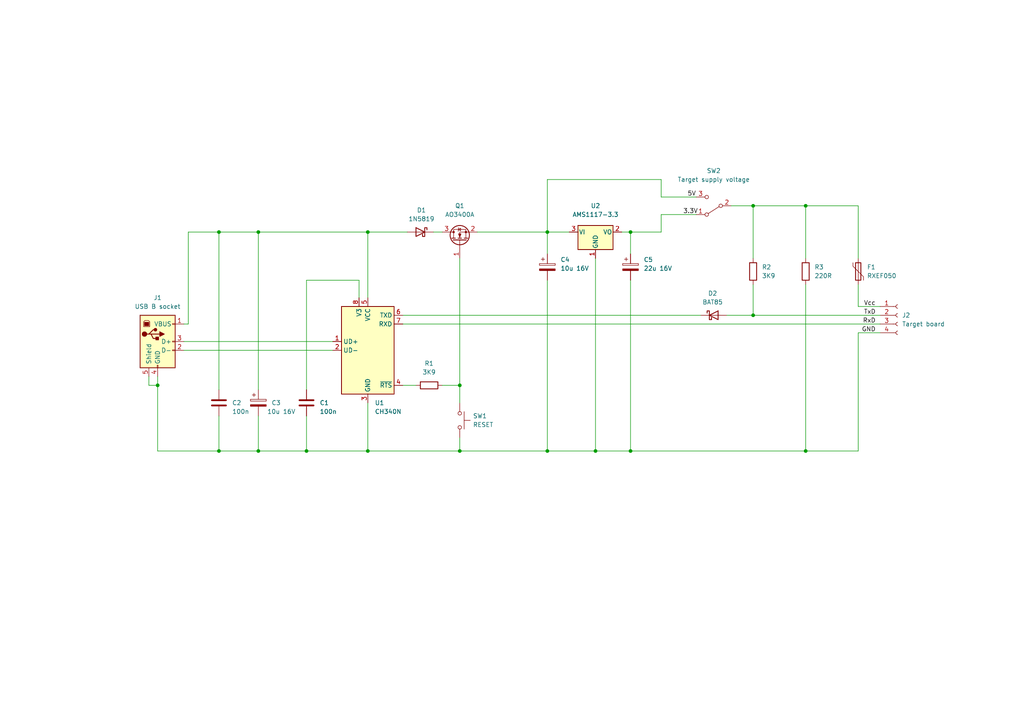
<source format=kicad_sch>
(kicad_sch (version 20211123) (generator eeschema)
  (paper "A4")
  (title_block (title "Improved STC MCU programmer") (date "2022-06-12") (rev "1.0") (company "(c) 2022 Vincent DEFERT. Licensed under the CC BY 4.0 license.") (comment 1 "For use with STCGAL-patched in automatic mode (-A rts and -a options)."))
  (lib_symbols
    (symbol "Connector:Conn_01x04_Female" (pin_names (offset 1.016) hide)
      (property "Reference" "J" (at 0 5.08 0))
      (property "Value" "Conn_01x04_Female" (at 0 -7.62 0))
      (symbol "Conn_01x04_Female_1_1"
        (arc (start 0 -4.572) (mid -0.508 -5.08) (end 0 -5.588) (stroke (width 0.1524)))
        (arc (start 0 -2.032) (mid -0.508 -2.54) (end 0 -3.048) (stroke (width 0.1524)))
        (polyline (pts (xy -1.27 -5.08) (xy -0.508 -5.08)) (stroke (width 0.1524)))
        (polyline (pts (xy -1.27 -2.54) (xy -0.508 -2.54)) (stroke (width 0.1524)))
        (polyline (pts (xy -1.27 0) (xy -0.508 0)) (stroke (width 0.1524)))
        (polyline (pts (xy -1.27 2.54) (xy -0.508 2.54)) (stroke (width 0.1524)))
        (arc (start 0 0.508) (mid -0.508 0) (end 0 -0.508) (stroke (width 0.1524)))
        (arc (start 0 3.048) (mid -0.508 2.54) (end 0 2.032) (stroke (width 0.1524)))
        (pin passive line (at -5.08 2.54 0) (length 3.81) (name "Pin_1") (number "1"))
        (pin passive line (at -5.08 0 0) (length 3.81) (name "Pin_2") (number "2"))
        (pin passive line (at -5.08 -2.54 0) (length 3.81) (name "Pin_3") (number "3"))
        (pin passive line (at -5.08 -5.08 0) (length 3.81) (name "Pin_4") (number "4"))
      )
    )
    (symbol "Connector:USB_B" (pin_names (offset 1.016))
      (property "Reference" "J" (at -5.08 11.43 0))
      (property "Value" "USB_B" (at -5.08 8.89 0))
      (symbol "USB_B_0_1"
        (rectangle (start -5.08 -7.62) (end 5.08 7.62) (stroke (width 0.254)) (fill (type background)))
        (circle (center -3.81 2.159) (radius 0.635) (stroke (width 0.254)) (fill (type outline)))
        (rectangle (start -3.81 5.588) (end -2.54 4.572) (fill (type outline)))
        (circle (center -0.635 3.429) (radius 0.381) (stroke (width 0.254)) (fill (type outline)))
        (rectangle (start -0.127 -7.62) (end 0.127 -6.858))
        (polyline (pts (xy -1.905 2.159) (xy 0.635 2.159)) (stroke (width 0.254)))
        (polyline (pts (xy -3.175 2.159) (xy -2.54 2.159) (xy -1.27 3.429) (xy -0.635 3.429)) (stroke (width 0.254)))
        (polyline (pts (xy -2.54 2.159) (xy -1.905 2.159) (xy -1.27 0.889) (xy 0 0.889)) (stroke (width 0.254)))
        (polyline (pts (xy 0.635 2.794) (xy 0.635 1.524) (xy 1.905 2.159) (xy 0.635 2.794)) (stroke (width 0.254)) (fill (type outline)))
        (polyline (pts (xy -4.064 4.318) (xy -2.286 4.318) (xy -2.286 5.715) (xy -2.667 6.096) (xy -3.683 6.096) (xy -4.064 5.715) (xy -4.064 4.318)))
        (rectangle (start 0.254 1.27) (end -0.508 0.508) (stroke (width 0.254)) (fill (type outline)))
        (rectangle (start 5.08 -2.667) (end 4.318 -2.413))
        (rectangle (start 5.08 -0.127) (end 4.318 0.127))
        (rectangle (start 5.08 4.953) (end 4.318 5.207))
      )
      (symbol "USB_B_1_1"
        (pin power_out line (at 7.62 5.08 180) (length 2.54) (name "VBUS") (number "1"))
        (pin bidirectional line (at 7.62 -2.54 180) (length 2.54) (name "D-") (number "2"))
        (pin bidirectional line (at 7.62 0 180) (length 2.54) (name "D+") (number "3"))
        (pin power_out line (at 0 -10.16 90) (length 2.54) (name "GND") (number "4"))
        (pin passive line (at -2.54 -10.16 90) (length 2.54) (name "Shield") (number "5"))
      )
    )
    (symbol "Device:C" (pin_numbers hide) (pin_names (offset 0.254))
      (property "Reference" "C" (at 0.635 2.54 0))
      (property "Value" "C" (at 0.635 -2.54 0))
      (symbol "C_0_1"
        (polyline (pts (xy -2.032 -0.762) (xy 2.032 -0.762)) (stroke (width 0.508)))
        (polyline (pts (xy -2.032 0.762) (xy 2.032 0.762)) (stroke (width 0.508)))
      )
      (symbol "C_1_1"
        (pin passive line (at 0 3.81 270) (length 2.794) (name "~") (number "1"))
        (pin passive line (at 0 -3.81 90) (length 2.794) (name "~") (number "2"))
      )
    )
    (symbol "Device:C_Polarized" (pin_numbers hide) (pin_names (offset 0.254))
      (property "Reference" "C" (at 0.635 2.54 0))
      (property "Value" "C_Polarized" (at 0.635 -2.54 0))
      (symbol "C_Polarized_0_1"
        (rectangle (start -2.286 0.508) (end 2.286 1.016))
        (polyline (pts (xy -1.778 2.286) (xy -0.762 2.286)))
        (polyline (pts (xy -1.27 2.794) (xy -1.27 1.778)))
        (rectangle (start 2.286 -0.508) (end -2.286 -1.016) (fill (type outline)))
      )
      (symbol "C_Polarized_1_1"
        (pin passive line (at 0 3.81 270) (length 2.794) (name "~") (number "1"))
        (pin passive line (at 0 -3.81 90) (length 2.794) (name "~") (number "2"))
      )
    )
    (symbol "Device:Polyfuse" (pin_numbers hide) (pin_names (offset 0))
      (property "Reference" "F" (at -2.54 0 90))
      (property "Value" "Polyfuse" (at 2.54 0 90))
      (symbol "Polyfuse_0_1"
        (rectangle (start -0.762 2.54) (end 0.762 -2.54) (stroke (width 0.254)))
        (polyline (pts (xy 0 2.54) (xy 0 -2.54)))
        (polyline (pts (xy -1.524 2.54) (xy -1.524 1.524) (xy 1.524 -1.524) (xy 1.524 -2.54)))
      )
      (symbol "Polyfuse_1_1"
        (pin passive line (at 0 3.81 270) (length 1.27) (name "~") (number "1"))
        (pin passive line (at 0 -3.81 90) (length 1.27) (name "~") (number "2"))
      )
    )
    (symbol "Device:R" (pin_numbers hide) (pin_names (offset 0))
      (property "Reference" "R" (at 2.032 0 90))
      (property "Value" "R" (at 0 0 90))
      (symbol "R_0_1"
        (rectangle (start -1.016 -2.54) (end 1.016 2.54) (stroke (width 0.254)))
      )
      (symbol "R_1_1"
        (pin passive line (at 0 3.81 270) (length 1.27) (name "~") (number "1"))
        (pin passive line (at 0 -3.81 90) (length 1.27) (name "~") (number "2"))
      )
    )
    (symbol "Diode:1N5819" (pin_numbers hide) (pin_names (offset 1.016) hide)
      (property "Reference" "D" (at 0 2.54 0))
      (property "Value" "1N5819" (at 0 -2.54 0))
      (symbol "1N5819_0_1"
        (polyline (pts (xy 1.27 0) (xy -1.27 0)))
        (polyline (pts (xy 1.27 1.27) (xy 1.27 -1.27) (xy -1.27 0) (xy 1.27 1.27)) (stroke (width 0.254)))
        (polyline (pts (xy -1.905 0.635) (xy -1.905 1.27) (xy -1.27 1.27) (xy -1.27 -1.27) (xy -0.635 -1.27) (xy -0.635 -0.635)) (stroke (width 0.254)))
      )
      (symbol "1N5819_1_1"
        (pin passive line (at -3.81 0 0) (length 2.54) (name "K") (number "1"))
        (pin passive line (at 3.81 0 180) (length 2.54) (name "A") (number "2"))
      )
    )
    (symbol "Diode:BAT85" (pin_numbers hide) (pin_names (offset 1.016) hide)
      (property "Reference" "D" (at 0 2.54 0))
      (property "Value" "BAT85" (at 0 -2.54 0))
      (symbol "BAT85_0_1"
        (polyline (pts (xy 1.27 0) (xy -1.27 0)))
        (polyline (pts (xy 1.27 1.27) (xy 1.27 -1.27) (xy -1.27 0) (xy 1.27 1.27)) (stroke (width 0.254)))
        (polyline (pts (xy -1.905 0.635) (xy -1.905 1.27) (xy -1.27 1.27) (xy -1.27 -1.27) (xy -0.635 -1.27) (xy -0.635 -0.635)) (stroke (width 0.254)))
      )
      (symbol "BAT85_1_1"
        (pin passive line (at -3.81 0 0) (length 2.54) (name "K") (number "1"))
        (pin passive line (at 3.81 0 180) (length 2.54) (name "A") (number "2"))
      )
    )
    (symbol "Regulator_Linear:AMS1117-3.3" (pin_names (offset 0.254))
      (property "Reference" "U" (at -3.81 3.175 0))
      (property "Value" "AMS1117-3.3" (at 0 3.175 0))
      (symbol "AMS1117-3.3_0_1"
        (rectangle (start -5.08 -5.08) (end 5.08 1.905) (stroke (width 0.254)) (fill (type background)))
      )
      (symbol "AMS1117-3.3_1_1"
        (pin power_in line (at 0 -7.62 90) (length 2.54) (name "GND") (number "1"))
        (pin power_out line (at 7.62 0 180) (length 2.54) (name "VO") (number "2"))
        (pin power_in line (at -7.62 0 0) (length 2.54) (name "VI") (number "3"))
      )
    )
    (symbol "Switch:SW_Push" (pin_numbers hide) (pin_names (offset 1.016) hide)
      (property "Reference" "SW" (at 1.27 2.54 0))
      (property "Value" "SW_Push" (at 0 -1.524 0))
      (symbol "SW_Push_0_1"
        (circle (center -2.032 0) (radius 0.508))
        (polyline (pts (xy 0 1.27) (xy 0 3.048)))
        (polyline (pts (xy 2.54 1.27) (xy -2.54 1.27)))
        (circle (center 2.032 0) (radius 0.508))
        (pin passive line (at -5.08 0 0) (length 2.54) (name "1") (number "1"))
        (pin passive line (at 5.08 0 180) (length 2.54) (name "2") (number "2"))
      )
    )
    (symbol "Switch:SW_SPDT" (pin_names (offset 0) hide)
      (property "Reference" "SW" (at 0 4.318 0))
      (property "Value" "SW_SPDT" (at 0 -5.08 0))
      (symbol "SW_SPDT_0_0"
        (circle (center -2.032 0) (radius 0.508))
        (circle (center 2.032 -2.54) (radius 0.508))
      )
      (symbol "SW_SPDT_0_1"
        (polyline (pts (xy -1.524 0.254) (xy 1.651 2.286)))
        (circle (center 2.032 2.54) (radius 0.508))
      )
      (symbol "SW_SPDT_1_1"
        (pin passive line (at 5.08 2.54 180) (length 2.54) (name "A") (number "1"))
        (pin passive line (at -5.08 0 0) (length 2.54) (name "B") (number "2"))
        (pin passive line (at 5.08 -2.54 180) (length 2.54) (name "C") (number "3"))
      )
    )
    (symbol "Transistor_FET:AO3400A" (pin_names hide)
      (property "Reference" "Q" (at 5.08 1.905 0))
      (property "Value" "AO3400A" (at 5.08 0 0))
      (symbol "AO3400A_0_1"
        (polyline (pts (xy 0.254 0) (xy -2.54 0)))
        (polyline (pts (xy 0.254 1.905) (xy 0.254 -1.905)) (stroke (width 0.254)))
        (polyline (pts (xy 0.762 -1.27) (xy 0.762 -2.286)) (stroke (width 0.254)))
        (polyline (pts (xy 0.762 0.508) (xy 0.762 -0.508)) (stroke (width 0.254)))
        (polyline (pts (xy 0.762 2.286) (xy 0.762 1.27)) (stroke (width 0.254)))
        (polyline (pts (xy 2.54 2.54) (xy 2.54 1.778)))
        (polyline (pts (xy 2.54 -2.54) (xy 2.54 0) (xy 0.762 0)))
        (polyline (pts (xy 0.762 -1.778) (xy 3.302 -1.778) (xy 3.302 1.778) (xy 0.762 1.778)))
        (polyline (pts (xy 1.016 0) (xy 2.032 0.381) (xy 2.032 -0.381) (xy 1.016 0)) (fill (type outline)))
        (polyline (pts (xy 2.794 0.508) (xy 2.921 0.381) (xy 3.683 0.381) (xy 3.81 0.254)))
        (polyline (pts (xy 3.302 0.381) (xy 2.921 -0.254) (xy 3.683 -0.254) (xy 3.302 0.381)))
        (circle (center 1.651 0) (radius 2.794) (stroke (width 0.254)))
        (circle (center 2.54 -1.778) (radius 0.254) (fill (type outline)))
        (circle (center 2.54 1.778) (radius 0.254) (fill (type outline)))
      )
      (symbol "AO3400A_1_1"
        (pin input line (at -5.08 0 0) (length 2.54) (name "G") (number "1"))
        (pin passive line (at 2.54 -5.08 90) (length 2.54) (name "S") (number "2"))
        (pin passive line (at 2.54 5.08 270) (length 2.54) (name "D") (number "3"))
      )
    )
    (symbol "USB_to_serial:CH340N"
      (property "Reference" "U" (at -5.08 13.97 0))
      (property "Value" "CH340N" (at 1.27 13.97 0))
      (symbol "CH340N_0_1"
        (rectangle (start -7.62 12.7) (end 7.62 -12.7) (stroke (width 0.254)) (fill (type background)))
      )
      (symbol "CH340N_1_1"
        (pin bidirectional line (at -10.16 2.54 0) (length 2.54) (name "UD+") (number "1"))
        (pin bidirectional line (at -10.16 0 0) (length 2.54) (name "UD-") (number "2"))
        (pin power_in line (at 0 -15.24 90) (length 2.54) (name "GND") (number "3"))
        (pin output line (at 10.16 -10.16 180) (length 2.54) (name "~{RTS}") (number "4"))
        (pin power_in line (at 0 15.24 270) (length 2.54) (name "VCC") (number "5"))
        (pin output line (at 10.16 10.16 180) (length 2.54) (name "TXD") (number "6"))
        (pin input line (at 10.16 7.62 180) (length 2.54) (name "RXD") (number "7"))
        (pin passive line (at -2.54 15.24 270) (length 2.54) (name "V3") (number "8"))
      )
    )
  )
  (junction (at 182.88 67.31))
  (junction (at 88.9 130.81))
  (junction (at 233.68 59.69))
  (junction (at 63.5 67.31))
  (junction (at 218.44 59.69))
  (junction (at 106.68 130.81))
  (junction (at 218.44 91.44))
  (junction (at 74.93 130.81))
  (junction (at 133.35 130.81))
  (junction (at 182.88 130.81))
  (junction (at 158.75 67.31))
  (junction (at 45.72 111.76))
  (junction (at 172.72 130.81))
  (junction (at 63.5 130.81))
  (junction (at 74.93 67.31))
  (junction (at 233.68 130.81))
  (junction (at 106.68 67.31))
  (junction (at 133.35 111.76))
  (junction (at 158.75 130.81))
  (wire (pts (xy 180.34 67.31) (xy 182.88 67.31)))
  (wire (pts (xy 248.92 88.9) (xy 248.92 82.55)))
  (wire (pts (xy 201.93 57.15) (xy 191.77 57.15)))
  (wire (pts (xy 63.5 67.31) (xy 74.93 67.31)))
  (wire (pts (xy 158.75 81.28) (xy 158.75 130.81)))
  (wire (pts (xy 63.5 130.81) (xy 74.93 130.81)))
  (wire (pts (xy 45.72 109.22) (xy 45.72 111.76)))
  (wire (pts (xy 233.68 130.81) (xy 248.92 130.81)))
  (wire (pts (xy 53.34 101.6) (xy 96.52 101.6)))
  (wire (pts (xy 116.84 91.44) (xy 203.2 91.44)))
  (wire (pts (xy 255.27 96.52) (xy 248.92 96.52)))
  (wire (pts (xy 54.61 67.31) (xy 63.5 67.31)))
  (wire (pts (xy 191.77 57.15) (xy 191.77 52.07)))
  (wire (pts (xy 210.82 91.44) (xy 218.44 91.44)))
  (wire (pts (xy 45.72 111.76) (xy 45.72 130.81)))
  (wire (pts (xy 106.68 130.81) (xy 133.35 130.81)))
  (wire (pts (xy 133.35 74.93) (xy 133.35 111.76)))
  (wire (pts (xy 53.34 93.98) (xy 54.61 93.98)))
  (wire (pts (xy 172.72 130.81) (xy 182.88 130.81)))
  (wire (pts (xy 212.09 59.69) (xy 218.44 59.69)))
  (wire (pts (xy 172.72 130.81) (xy 158.75 130.81)))
  (wire (pts (xy 182.88 81.28) (xy 182.88 130.81)))
  (wire (pts (xy 182.88 130.81) (xy 233.68 130.81)))
  (wire (pts (xy 138.43 67.31) (xy 158.75 67.31)))
  (wire (pts (xy 218.44 59.69) (xy 218.44 74.93)))
  (wire (pts (xy 88.9 81.28) (xy 88.9 113.03)))
  (wire (pts (xy 218.44 59.69) (xy 233.68 59.69)))
  (wire (pts (xy 233.68 59.69) (xy 248.92 59.69)))
  (wire (pts (xy 63.5 120.65) (xy 63.5 130.81)))
  (wire (pts (xy 133.35 130.81) (xy 158.75 130.81)))
  (wire (pts (xy 248.92 96.52) (xy 248.92 130.81)))
  (wire (pts (xy 104.14 86.36) (xy 104.14 81.28)))
  (wire (pts (xy 201.93 62.23) (xy 191.77 62.23)))
  (wire (pts (xy 191.77 62.23) (xy 191.77 67.31)))
  (wire (pts (xy 106.68 67.31) (xy 106.68 86.36)))
  (wire (pts (xy 218.44 82.55) (xy 218.44 91.44)))
  (wire (pts (xy 182.88 67.31) (xy 182.88 73.66)))
  (wire (pts (xy 158.75 67.31) (xy 158.75 73.66)))
  (wire (pts (xy 116.84 111.76) (xy 120.65 111.76)))
  (wire (pts (xy 74.93 67.31) (xy 106.68 67.31)))
  (wire (pts (xy 158.75 52.07) (xy 158.75 67.31)))
  (wire (pts (xy 43.18 111.76) (xy 45.72 111.76)))
  (wire (pts (xy 74.93 120.65) (xy 74.93 130.81)))
  (wire (pts (xy 74.93 67.31) (xy 74.93 113.03)))
  (wire (pts (xy 255.27 88.9) (xy 248.92 88.9)))
  (wire (pts (xy 191.77 52.07) (xy 158.75 52.07)))
  (wire (pts (xy 74.93 130.81) (xy 88.9 130.81)))
  (wire (pts (xy 104.14 81.28) (xy 88.9 81.28)))
  (wire (pts (xy 116.84 93.98) (xy 255.27 93.98)))
  (wire (pts (xy 133.35 111.76) (xy 133.35 116.84)))
  (wire (pts (xy 248.92 59.69) (xy 248.92 74.93)))
  (wire (pts (xy 233.68 82.55) (xy 233.68 130.81)))
  (wire (pts (xy 233.68 59.69) (xy 233.68 74.93)))
  (wire (pts (xy 133.35 127) (xy 133.35 130.81)))
  (wire (pts (xy 88.9 120.65) (xy 88.9 130.81)))
  (wire (pts (xy 218.44 91.44) (xy 255.27 91.44)))
  (wire (pts (xy 106.68 116.84) (xy 106.68 130.81)))
  (wire (pts (xy 158.75 67.31) (xy 165.1 67.31)))
  (wire (pts (xy 45.72 130.81) (xy 63.5 130.81)))
  (wire (pts (xy 128.27 111.76) (xy 133.35 111.76)))
  (wire (pts (xy 88.9 130.81) (xy 106.68 130.81)))
  (wire (pts (xy 106.68 67.31) (xy 118.11 67.31)))
  (wire (pts (xy 63.5 67.31) (xy 63.5 113.03)))
  (wire (pts (xy 125.73 67.31) (xy 128.27 67.31)))
  (wire (pts (xy 172.72 74.93) (xy 172.72 130.81)))
  (wire (pts (xy 54.61 93.98) (xy 54.61 67.31)))
  (wire (pts (xy 53.34 99.06) (xy 96.52 99.06)))
  (wire (pts (xy 43.18 109.22) (xy 43.18 111.76)))
  (wire (pts (xy 191.77 67.31) (xy 182.88 67.31)))
  (label "RxD" (at 254 93.98 180))
  (label "TxD" (at 254 91.44 180))
  (label "Vcc" (at 254 88.9 180))
  (label "GND" (at 254 96.52 180))
  (label "3.3V" (at 198.12 62.23 0))
  (label "5V" (at 199.39 57.15 0))
  (symbol (lib_id "Device:Polyfuse") (at 248.92 78.74 0) (unit 1)
    (property "Reference" "F1" (at 251.46 77.4699 0) (effects (justify left)))
    (property "Value" "RXEF050" (at 251.46 80.0099 0) (effects (justify left)))
  )
  (symbol (lib_id "Device:R") (at 124.46 111.76 90) (unit 1)
    (property "Reference" "R1" (at 124.46 105.41 90))
    (property "Value" "3K9" (at 124.46 107.95 90))
  )
  (symbol (lib_id "Device:C_Polarized") (at 158.75 77.47 0) (unit 1)
    (property "Reference" "C4" (at 162.56 75.3109 0) (effects (justify left)))
    (property "Value" "10u 16V" (at 162.56 77.8509 0) (effects (justify left)))
  )
  (symbol (lib_id "Device:C_Polarized") (at 74.93 116.84 0) (unit 1)
    (property "Reference" "C3" (at 78.74 116.84 0) (effects (justify left)))
    (property "Value" "10u 16V" (at 77.47 119.38 0) (effects (justify left)))
  )
  (symbol (lib_id "Regulator_Linear:AMS1117-3.3") (at 172.72 67.31 0) (unit 1)
    (property "Reference" "U2" (at 172.72 59.69 0))
    (property "Value" "AMS1117-3.3" (at 172.72 62.23 0))
    (property "Footprint" "Package_TO_SOT_SMD:SOT-223-3_TabPin2" (effects hide))
    (property "Datasheet" "http://www.advanced-monolithic.com/pdf/ds1117.pdf" (effects hide))
  )
  (symbol (lib_id "Device:R") (at 233.68 78.74 0) (unit 1)
    (property "Reference" "R3" (at 236.22 77.4699 0) (effects (justify left)))
    (property "Value" "220R" (at 236.22 80.0099 0) (effects (justify left)))
  )
  (symbol (lib_id "Device:C") (at 63.5 116.84 0) (unit 1)
    (property "Reference" "C2" (at 67.31 116.84 0) (effects (justify left)))
    (property "Value" "100n" (at 67.31 119.38 0) (effects (justify left)))
  )
  (symbol (lib_id "Connector:USB_B") (at 45.72 99.06 0) (unit 1)
    (property "Reference" "J1" (at 45.72 86.36 0))
    (property "Value" "USB B socket" (at 45.72 88.9 0))
    (property "Datasheet" " ~" (effects hide))
  )
  (symbol (lib_id "Diode:BAT85") (at 207.01 91.44 0) (unit 1)
    (property "Reference" "D2" (at 206.6925 85.09 0))
    (property "Value" "BAT85" (at 206.6925 87.63 0))
    (property "Footprint" "Diode_THT:D_DO-35_SOD27_P7.62mm_Horizontal" (effects hide))
    (property "Datasheet" "https://assets.nexperia.com/documents/data-sheet/BAT85.pdf" (effects hide))
  )
  (symbol (lib_id "Device:C") (at 88.9 116.84 0) (unit 1)
    (property "Reference" "C1" (at 92.71 116.84 0) (effects (justify left)))
    (property "Value" "100n" (at 92.71 119.38 0) (effects (justify left)))
  )
  (symbol (lib_id "Switch:SW_Push") (at 133.35 121.92 270) (unit 1)
    (property "Reference" "SW1" (at 137.16 120.6499 90) (effects (justify left)))
    (property "Value" "RESET" (at 137.16 123.1899 90) (effects (justify left)))
  )
  (symbol (lib_id "Diode:1N5819") (at 121.92 67.31 0) (mirror y) (unit 1)
    (property "Reference" "D1" (at 122.2375 60.96 0))
    (property "Value" "1N5819" (at 122.2375 63.5 0))
    (property "Footprint" "Diode_THT:D_DO-41_SOD81_P10.16mm_Horizontal" (effects hide))
    (property "Datasheet" "http://www.vishay.com/docs/88525/1n5817.pdf" (effects hide))
  )
  (symbol (lib_id "USB_to_serial:CH340N") (at 106.68 101.6 0) (unit 1)
    (property "Reference" "U1" (at 108.6994 116.84 0) (effects (justify left)))
    (property "Value" "CH340N" (at 108.6994 119.38 0) (effects (justify left)))
    (property "Footprint" "Package_SO:SOP-8_3.9x4.9mm_P1.27mm" (effects hide))
    (property "Datasheet" "http://wch-ic.com/products/CH340.html" (effects hide))
  )
  (symbol (lib_id "Switch:SW_SPDT") (at 207.01 59.69 180) (unit 1)
    (property "Reference" "SW2" (at 207.01 49.53 0))
    (property "Value" "Target supply voltage" (at 207.01 52.07 0))
  )
  (symbol (lib_id "Device:C_Polarized") (at 182.88 77.47 0) (unit 1)
    (property "Reference" "C5" (at 186.69 75.3109 0) (effects (justify left)))
    (property "Value" "22u 16V" (at 186.69 77.8509 0) (effects (justify left)))
  )
  (symbol (lib_id "Device:R") (at 218.44 78.74 0) (unit 1)
    (property "Reference" "R2" (at 220.98 77.4699 0) (effects (justify left)))
    (property "Value" "3K9" (at 220.98 80.0099 0) (effects (justify left)))
  )
  (symbol (lib_id "Transistor_FET:AO3400A") (at 133.35 69.85 90) (unit 1)
    (property "Reference" "Q1" (at 133.35 59.69 90))
    (property "Value" "AO3400A" (at 133.35 62.23 90))
    (property "Footprint" "Package_TO_SOT_SMD:SOT-23" (effects hide))
    (property "Datasheet" "http://www.aosmd.com/pdfs/datasheet/AO3400A.pdf" (effects hide))
  )
  (symbol (lib_id "Connector:Conn_01x04_Female") (at 260.35 91.44 0) (unit 1)
    (property "Reference" "J2" (at 261.62 91.4399 0) (effects (justify left)))
    (property "Value" "Target board" (at 261.62 93.9799 0) (effects (justify left)))
  )
)
</source>
